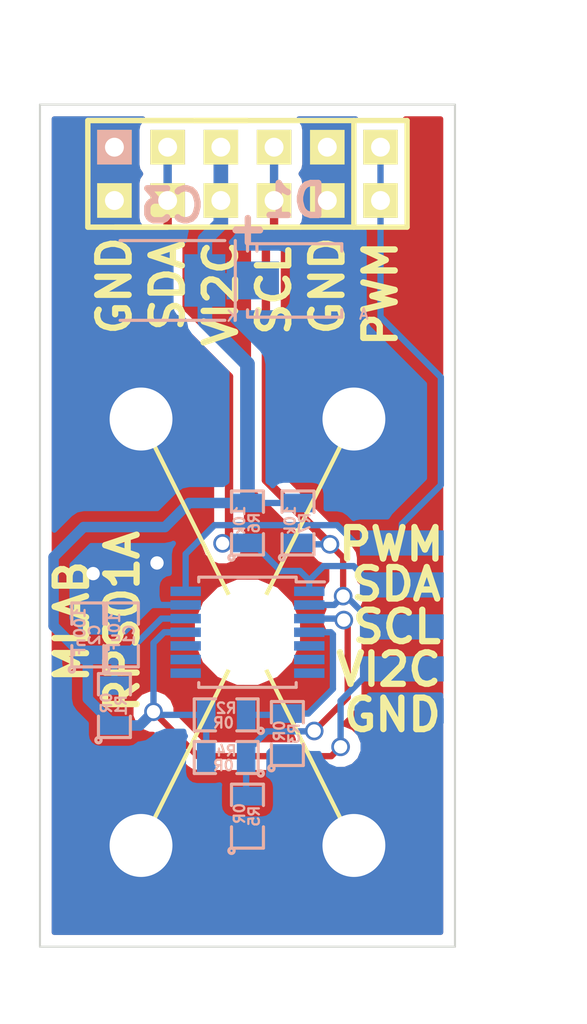
<source format=kicad_pcb>
(kicad_pcb (version 4) (host pcbnew 0.201503251001+5534~22~ubuntu14.04.1-product)

  (general
    (links 43)
    (no_connects 3)
    (area -1.651 -45.014 28.923429 3.429001)
    (thickness 1.6)
    (drawings 21)
    (tracks 125)
    (zones 0)
    (modules 19)
    (nets 9)
  )

  (page A4)
  (layers
    (0 F.Cu signal)
    (31 B.Cu signal)
    (32 B.Adhes user)
    (33 F.Adhes user)
    (34 B.Paste user)
    (35 F.Paste user)
    (36 B.SilkS user)
    (37 F.SilkS user)
    (38 B.Mask user)
    (39 F.Mask user)
    (40 Dwgs.User user)
    (41 Cmts.User user)
    (42 Eco1.User user)
    (43 Eco2.User user)
    (44 Edge.Cuts user)
    (45 Margin user)
    (46 B.CrtYd user)
    (47 F.CrtYd user)
    (48 B.Fab user)
    (49 F.Fab user)
  )

  (setup
    (last_trace_width 0.4)
    (user_trace_width 0.3)
    (user_trace_width 0.4)
    (user_trace_width 0.5)
    (user_trace_width 0.6)
    (user_trace_width 0.7)
    (trace_clearance 0.254)
    (zone_clearance 0.508)
    (zone_45_only no)
    (trace_min 0.254)
    (segment_width 0.2)
    (edge_width 0.1)
    (via_size 0.889)
    (via_drill 0.635)
    (via_min_size 0.889)
    (via_min_drill 0.508)
    (uvia_size 0.508)
    (uvia_drill 0.127)
    (uvias_allowed no)
    (uvia_min_size 0.508)
    (uvia_min_drill 0.127)
    (pcb_text_width 0.3)
    (pcb_text_size 1.5 1.5)
    (mod_edge_width 0.15)
    (mod_text_size 1 1)
    (mod_text_width 0.15)
    (pad_size 4 4)
    (pad_drill 4)
    (pad_to_mask_clearance 0)
    (aux_axis_origin 0 0)
    (visible_elements 7FFFFF7F)
    (pcbplotparams
      (layerselection 0x010e0_80000001)
      (usegerberextensions false)
      (excludeedgelayer true)
      (linewidth 0.100000)
      (plotframeref false)
      (viasonmask false)
      (mode 1)
      (useauxorigin false)
      (hpglpennumber 1)
      (hpglpenspeed 20)
      (hpglpendiameter 15)
      (hpglpenoverlay 2)
      (psnegative false)
      (psa4output false)
      (plotreference true)
      (plotvalue true)
      (plotinvisibletext false)
      (padsonsilk false)
      (subtractmaskfromsilk false)
      (outputformat 1)
      (mirror false)
      (drillshape 0)
      (scaleselection 1)
      (outputdirectory ../CAM_PROFI/))
  )

  (net 0 "")
  (net 1 "Net-(C1-Pad1)")
  (net 2 GND)
  (net 3 VDD)
  (net 4 /SCL)
  (net 5 /SDA)
  (net 6 /PWM)
  (net 7 /A2)
  (net 8 /A1)

  (net_class Default "Toto je výchozí třída sítě."
    (clearance 0.254)
    (trace_width 0.3)
    (via_dia 0.889)
    (via_drill 0.635)
    (uvia_dia 0.508)
    (uvia_drill 0.127)
    (add_net /A1)
    (add_net /A2)
    (add_net /PWM)
    (add_net /SCL)
    (add_net /SDA)
    (add_net "Net-(C1-Pad1)")
  )

  (net_class Power ""
    (clearance 0.254)
    (trace_width 0.5)
    (via_dia 0.889)
    (via_drill 0.635)
    (uvia_dia 0.508)
    (uvia_drill 0.127)
    (add_net GND)
    (add_net VDD)
  )

  (module Housings_SSOP:TSSOP-14_4.4x5mm_Pitch0.65mm (layer B.Cu) (tedit 55132E3D) (tstamp 55125207)
    (at 10.16 -15.24 180)
    (descr "14-Lead Plastic Thin Shrink Small Outline (ST)-4.4 mm Body [TSSOP] (see Microchip Packaging Specification 00000049BS.pdf)")
    (tags "SSOP 0.65")
    (path /547DEEB9)
    (attr smd)
    (fp_text reference U1 (at 0 0 180) (layer B.SilkS)
      (effects (font (size 1 1) (thickness 0.15)) (justify mirror))
    )
    (fp_text value AS5048B (at -0.381 -0.127 270) (layer B.SilkS) hide
      (effects (font (size 1 1) (thickness 0.15)) (justify mirror))
    )
    (fp_line (start -3.95 2.8) (end -3.95 -2.8) (layer B.CrtYd) (width 0.05))
    (fp_line (start 3.95 2.8) (end 3.95 -2.8) (layer B.CrtYd) (width 0.05))
    (fp_line (start -3.95 2.8) (end 3.95 2.8) (layer B.CrtYd) (width 0.05))
    (fp_line (start -3.95 -2.8) (end 3.95 -2.8) (layer B.CrtYd) (width 0.05))
    (fp_line (start -2.325 2.625) (end -2.325 2.4) (layer B.SilkS) (width 0.15))
    (fp_line (start 2.325 2.625) (end 2.325 2.4) (layer B.SilkS) (width 0.15))
    (fp_line (start 2.325 -2.625) (end 2.325 -2.4) (layer B.SilkS) (width 0.15))
    (fp_line (start -2.325 -2.625) (end -2.325 -2.4) (layer B.SilkS) (width 0.15))
    (fp_line (start -2.325 2.625) (end 2.325 2.625) (layer B.SilkS) (width 0.15))
    (fp_line (start -2.325 -2.625) (end 2.325 -2.625) (layer B.SilkS) (width 0.15))
    (fp_line (start -2.325 2.4) (end -3.675 2.4) (layer B.SilkS) (width 0.15))
    (pad 1 smd rect (at -2.95 1.95 180) (size 1.45 0.45) (layers B.Cu B.Paste B.Mask)
      (net 5 /SDA))
    (pad 2 smd rect (at -2.95 1.3 180) (size 1.45 0.45) (layers B.Cu B.Paste B.Mask)
      (net 4 /SCL))
    (pad 3 smd rect (at -2.95 0.65 180) (size 1.45 0.45) (layers B.Cu B.Paste B.Mask)
      (net 7 /A2))
    (pad 4 smd rect (at -2.95 0 180) (size 1.45 0.45) (layers B.Cu B.Paste B.Mask)
      (net 8 /A1))
    (pad 5 smd rect (at -2.95 -0.65 180) (size 1.45 0.45) (layers B.Cu B.Paste B.Mask))
    (pad 6 smd rect (at -2.95 -1.3 180) (size 1.45 0.45) (layers B.Cu B.Paste B.Mask))
    (pad 7 smd rect (at -2.95 -1.95 180) (size 1.45 0.45) (layers B.Cu B.Paste B.Mask))
    (pad 8 smd rect (at 2.95 -1.95 180) (size 1.45 0.45) (layers B.Cu B.Paste B.Mask))
    (pad 9 smd rect (at 2.95 -1.3 180) (size 1.45 0.45) (layers B.Cu B.Paste B.Mask))
    (pad 10 smd rect (at 2.95 -0.65 180) (size 1.45 0.45) (layers B.Cu B.Paste B.Mask))
    (pad 11 smd rect (at 2.95 0 180) (size 1.45 0.45) (layers B.Cu B.Paste B.Mask)
      (net 3 VDD))
    (pad 12 smd rect (at 2.95 0.65 180) (size 1.45 0.45) (layers B.Cu B.Paste B.Mask)
      (net 1 "Net-(C1-Pad1)"))
    (pad 13 smd rect (at 2.95 1.3 180) (size 1.45 0.45) (layers B.Cu B.Paste B.Mask)
      (net 2 GND))
    (pad 14 smd rect (at 2.95 1.95 180) (size 1.45 0.45) (layers B.Cu B.Paste B.Mask)
      (net 6 /PWM))
    (pad "" np_thru_hole circle (at 0 0 180) (size 4 4) (drill 4) (layers *.Cu))
    (model Housings_SSOP/TSSOP-14_4.4x5mm_Pitch0.65mm.wrl
      (at (xyz 0 0 0))
      (scale (xyz 1 1 1))
      (rotate (xyz 0 0 0))
    )
  )

  (module MLAB_R:SMD-0805 (layer B.Cu) (tedit 54799E0C) (tstamp 547EC927)
    (at 4.191 -15.113 90)
    (path /547DF05B)
    (attr smd)
    (fp_text reference C1 (at 0 0.3175 90) (layer B.SilkS)
      (effects (font (size 0.50038 0.50038) (thickness 0.10922)) (justify mirror))
    )
    (fp_text value 10uF (at 0.127 -0.381 90) (layer B.SilkS)
      (effects (font (size 0.50038 0.50038) (thickness 0.10922)) (justify mirror))
    )
    (fp_circle (center -1.651 -0.762) (end -1.651 -0.635) (layer B.SilkS) (width 0.15))
    (fp_line (start -0.508 -0.762) (end -1.524 -0.762) (layer B.SilkS) (width 0.15))
    (fp_line (start -1.524 -0.762) (end -1.524 0.762) (layer B.SilkS) (width 0.15))
    (fp_line (start -1.524 0.762) (end -0.508 0.762) (layer B.SilkS) (width 0.15))
    (fp_line (start 0.508 0.762) (end 1.524 0.762) (layer B.SilkS) (width 0.15))
    (fp_line (start 1.524 0.762) (end 1.524 -0.762) (layer B.SilkS) (width 0.15))
    (fp_line (start 1.524 -0.762) (end 0.508 -0.762) (layer B.SilkS) (width 0.15))
    (pad 1 smd rect (at -0.9525 0 90) (size 0.889 1.397) (layers B.Cu B.Paste B.Mask)
      (net 1 "Net-(C1-Pad1)"))
    (pad 2 smd rect (at 0.9525 0 90) (size 0.889 1.397) (layers B.Cu B.Paste B.Mask)
      (net 2 GND))
    (model MLAB_3D/Resistors/chip_cms.wrl
      (at (xyz 0 0 0))
      (scale (xyz 0.1 0.1 0.1))
      (rotate (xyz 0 0 0))
    )
  )

  (module MLAB_R:SMD-0805 (layer B.Cu) (tedit 54799E0C) (tstamp 547EC934)
    (at 2.54 -15.113 90)
    (path /547DEF58)
    (attr smd)
    (fp_text reference C2 (at 0 0.3175 90) (layer B.SilkS)
      (effects (font (size 0.50038 0.50038) (thickness 0.10922)) (justify mirror))
    )
    (fp_text value 100nF (at 0.127 -0.381 90) (layer B.SilkS)
      (effects (font (size 0.50038 0.50038) (thickness 0.10922)) (justify mirror))
    )
    (fp_circle (center -1.651 -0.762) (end -1.651 -0.635) (layer B.SilkS) (width 0.15))
    (fp_line (start -0.508 -0.762) (end -1.524 -0.762) (layer B.SilkS) (width 0.15))
    (fp_line (start -1.524 -0.762) (end -1.524 0.762) (layer B.SilkS) (width 0.15))
    (fp_line (start -1.524 0.762) (end -0.508 0.762) (layer B.SilkS) (width 0.15))
    (fp_line (start 0.508 0.762) (end 1.524 0.762) (layer B.SilkS) (width 0.15))
    (fp_line (start 1.524 0.762) (end 1.524 -0.762) (layer B.SilkS) (width 0.15))
    (fp_line (start 1.524 -0.762) (end 0.508 -0.762) (layer B.SilkS) (width 0.15))
    (pad 1 smd rect (at -0.9525 0 90) (size 0.889 1.397) (layers B.Cu B.Paste B.Mask)
      (net 3 VDD))
    (pad 2 smd rect (at 0.9525 0 90) (size 0.889 1.397) (layers B.Cu B.Paste B.Mask)
      (net 2 GND))
    (model MLAB_3D/Resistors/chip_cms.wrl
      (at (xyz 0 0 0))
      (scale (xyz 0.1 0.1 0.1))
      (rotate (xyz 0 0 0))
    )
  )

  (module Hrebinky:Pin_Header_Straight_2x05 placed (layer F.Cu) (tedit 55125659) (tstamp 547EC957)
    (at 8.89 -37.084 180)
    (descr "1 pin")
    (tags "CONN DEV")
    (path /547DF2B1)
    (fp_text reference J1 (at 0 -3.81 180) (layer F.SilkS) hide
      (effects (font (size 1.27 1.27) (thickness 0.2032)))
    )
    (fp_text value JUMP_5X2 (at 1.27 0 180) (layer F.SilkS) hide
      (effects (font (size 1.27 1.27) (thickness 0.2032)))
    )
    (fp_line (start -3.81 -2.54) (end -2.54 -2.54) (layer F.SilkS) (width 0.254))
    (fp_line (start -6.35 -2.54) (end -3.81 -2.54) (layer F.SilkS) (width 0.254))
    (fp_line (start 6.35 2.54) (end 6.35 -2.54) (layer F.SilkS) (width 0.254))
    (fp_line (start 3.81 -2.54) (end 6.35 -2.54) (layer F.SilkS) (width 0.254))
    (fp_line (start 3.81 2.54) (end 6.35 2.54) (layer F.SilkS) (width 0.254))
    (fp_line (start 3.81 2.54) (end 6.35 2.54) (layer F.SilkS) (width 0.254))
    (fp_line (start 3.81 -2.54) (end 6.35 -2.54) (layer F.SilkS) (width 0.254))
    (fp_line (start 6.35 2.54) (end 6.35 -2.54) (layer F.SilkS) (width 0.254))
    (fp_line (start 2.54 -2.54) (end 5.08 -2.54) (layer F.SilkS) (width 0.254))
    (fp_line (start -1.27 2.54) (end 1.27 2.54) (layer F.SilkS) (width 0.254))
    (fp_line (start -1.27 2.54) (end 1.27 2.54) (layer F.SilkS) (width 0.254))
    (fp_line (start 2.54 -2.54) (end 5.08 -2.54) (layer F.SilkS) (width 0.254))
    (fp_line (start 2.54 -2.54) (end 5.08 -2.54) (layer F.SilkS) (width 0.254))
    (fp_line (start 1.27 2.54) (end 3.81 2.54) (layer F.SilkS) (width 0.254))
    (fp_line (start 1.27 2.54) (end 3.81 2.54) (layer F.SilkS) (width 0.254))
    (fp_line (start 2.54 -2.54) (end 5.08 -2.54) (layer F.SilkS) (width 0.254))
    (fp_line (start -6.35 2.54) (end 1.27 2.54) (layer F.SilkS) (width 0.254))
    (fp_line (start 5.08 -2.54) (end 0 -2.54) (layer F.SilkS) (width 0.254))
    (fp_line (start -6.35 2.54) (end -6.35 0) (layer F.SilkS) (width 0.254))
    (fp_line (start -6.35 -2.54) (end -6.35 0) (layer F.SilkS) (width 0.254))
    (fp_line (start 0 -2.54) (end -2.54 -2.54) (layer F.SilkS) (width 0.254))
    (pad 9 thru_hole rect (at -2.54 -1.27 180) (size 1.651 1.651) (drill 0.9) (layers *.Cu *.Mask F.SilkS)
      (net 4 /SCL))
    (pad 5 thru_hole rect (at 5.08 1.27 180) (size 1.651 1.651) (drill 0.9) (layers *.Cu *.SilkS *.Mask)
      (net 2 GND))
    (pad 3 thru_hole rect (at 0 1.27 180) (size 1.651 1.651) (drill 0.9) (layers *.Cu *.Mask F.SilkS)
      (net 3 VDD))
    (pad 6 thru_hole rect (at 5.08 -1.27 180) (size 1.651 1.651) (drill 0.9) (layers *.Cu *.Mask F.SilkS)
      (net 2 GND))
    (pad 1 thru_hole rect (at -5.08 1.27 180) (size 1.651 1.651) (drill 0.9) (layers *.Cu *.Mask F.SilkS)
      (net 2 GND))
    (pad 2 thru_hole rect (at -2.54 1.27 180) (size 1.651 1.651) (drill 0.9) (layers *.Cu *.Mask F.SilkS)
      (net 4 /SCL))
    (pad 4 thru_hole rect (at 2.54 1.27 180) (size 1.651 1.651) (drill 0.9) (layers *.Cu *.Mask F.SilkS)
      (net 5 /SDA))
    (pad 10 thru_hole rect (at -5.08 -1.27 180) (size 1.651 1.651) (drill 0.9) (layers *.Cu *.Mask F.SilkS)
      (net 2 GND))
    (pad 7 thru_hole rect (at 2.54 -1.27 180) (size 1.651 1.651) (drill 0.9) (layers *.Cu *.Mask F.SilkS)
      (net 5 /SDA))
    (pad 8 thru_hole rect (at 0 -1.27 180) (size 1.651 1.651) (drill 0.9) (layers *.Cu *.Mask F.SilkS)
      (net 3 VDD))
    (model Pin_Headers/Pin_Header_Straight_2x03.wrl
      (at (xyz 0 0 0))
      (scale (xyz 1 1 1))
      (rotate (xyz 0 0 0))
    )
    (model Pin_Headers/Pin_Header_Straight_2x05.wrl
      (at (xyz 0 0 0))
      (scale (xyz 1 1 1))
      (rotate (xyz 0 0 0))
    )
  )

  (module Hrebinky:Pin_Header_Straight_2x01 placed (layer F.Cu) (tedit 55125655) (tstamp 547EC961)
    (at 16.51 -37.084)
    (descr "1 pin")
    (tags "CONN DEV")
    (path /547DF44F)
    (fp_text reference J2 (at 0 -3.81) (layer F.SilkS) hide
      (effects (font (size 1.27 1.27) (thickness 0.2032)))
    )
    (fp_text value JUMP_2x1 (at 0 0) (layer F.SilkS) hide
      (effects (font (size 1.27 1.27) (thickness 0.2032)))
    )
    (fp_line (start -1.27 -2.54) (end 1.27 -2.54) (layer F.SilkS) (width 0.254))
    (fp_line (start 1.27 -2.54) (end 1.27 2.54) (layer F.SilkS) (width 0.254))
    (fp_line (start 1.27 2.54) (end -1.27 2.54) (layer F.SilkS) (width 0.254))
    (fp_line (start -1.27 2.54) (end -1.27 -2.54) (layer F.SilkS) (width 0.254))
    (pad 2 thru_hole rect (at 0 1.27) (size 1.651 1.651) (drill 0.9) (layers *.Cu *.Mask F.SilkS)
      (net 6 /PWM))
    (pad 1 thru_hole rect (at 0 -1.27) (size 1.651 1.651) (drill 0.9) (layers *.Cu *.Mask F.SilkS)
      (net 6 /PWM))
    (model Pin_Headers/Pin_Header_Straight_2x01.wrl
      (at (xyz 0 0 0))
      (scale (xyz 1 1 1))
      (rotate (xyz 0 0 0))
    )
  )

  (module Dira:MountingHole_3mm placed (layer F.Cu) (tedit 55126217) (tstamp 547EC977)
    (at 5.08 -5.08)
    (descr "Mounting hole, Befestigungsbohrung, 3mm, No Annular, Kein Restring,")
    (tags "Mounting hole, Befestigungsbohrung, 3mm, No Annular, Kein Restring,")
    (path /547E0CBD)
    (fp_text reference P1 (at 0.1778 -0.0762) (layer F.SilkS) hide
      (effects (font (thickness 0.3048)))
    )
    (fp_text value _ (at 1.00076 5.00126) (layer F.SilkS) hide
      (effects (font (thickness 0.3048)))
    )
    (fp_circle (center 0 0) (end 2.99974 0) (layer Cmts.User) (width 0.381))
    (pad 1 thru_hole circle (at 0 0) (size 6 6) (drill 3) (layers *.Cu *.Adhes *.Mask)
      (net 2 GND) (clearance 1) (zone_connect 2))
  )

  (module Dira:MountingHole_3mm placed (layer F.Cu) (tedit 5512621C) (tstamp 547EC97D)
    (at 15.24 -5.08)
    (descr "Mounting hole, Befestigungsbohrung, 3mm, No Annular, Kein Restring,")
    (tags "Mounting hole, Befestigungsbohrung, 3mm, No Annular, Kein Restring,")
    (path /547E0EDE)
    (fp_text reference P2 (at 0.1778 -0.0762) (layer F.SilkS) hide
      (effects (font (thickness 0.3048)))
    )
    (fp_text value _ (at 1.00076 5.00126) (layer F.SilkS) hide
      (effects (font (thickness 0.3048)))
    )
    (fp_circle (center 0 0) (end 2.99974 0) (layer Cmts.User) (width 0.381))
    (pad 1 thru_hole circle (at 0 0) (size 6 6) (drill 3) (layers *.Cu *.Adhes *.Mask)
      (net 2 GND) (clearance 1) (zone_connect 2))
  )

  (module Dira:MountingHole_3mm placed (layer F.Cu) (tedit 55126201) (tstamp 547EC983)
    (at 15.24 -25.4)
    (descr "Mounting hole, Befestigungsbohrung, 3mm, No Annular, Kein Restring,")
    (tags "Mounting hole, Befestigungsbohrung, 3mm, No Annular, Kein Restring,")
    (path /547E0F11)
    (fp_text reference P3 (at 0.1778 -0.0762) (layer F.SilkS) hide
      (effects (font (thickness 0.3048)))
    )
    (fp_text value _ (at 1.00076 5.00126) (layer F.SilkS) hide
      (effects (font (thickness 0.3048)))
    )
    (fp_circle (center 0 0) (end 2.99974 0) (layer Cmts.User) (width 0.381))
    (pad 1 thru_hole circle (at 0 0) (size 6 6) (drill 3) (layers *.Cu *.Adhes *.Mask)
      (net 2 GND) (clearance 1) (zone_connect 2))
  )

  (module Dira:MountingHole_3mm placed (layer F.Cu) (tedit 551261F5) (tstamp 547EC989)
    (at 5.08 -25.4)
    (descr "Mounting hole, Befestigungsbohrung, 3mm, No Annular, Kein Restring,")
    (tags "Mounting hole, Befestigungsbohrung, 3mm, No Annular, Kein Restring,")
    (path /547E0F45)
    (fp_text reference P4 (at 0.1778 -0.0762) (layer F.SilkS) hide
      (effects (font (thickness 0.3048)))
    )
    (fp_text value _ (at 1.00076 5.00126) (layer F.SilkS) hide
      (effects (font (thickness 0.3048)))
    )
    (fp_circle (center 0 0) (end 2.99974 0) (layer Cmts.User) (width 0.381))
    (pad 1 thru_hole circle (at 0 0) (size 6 6) (drill 3) (layers *.Cu *.Adhes *.Mask)
      (net 2 GND) (clearance 1) (zone_connect 2))
  )

  (module MLAB_R:SMD-0805 (layer B.Cu) (tedit 54799E0C) (tstamp 547EC996)
    (at 3.81 -11.7475 90)
    (path /547DF170)
    (attr smd)
    (fp_text reference R1 (at 0 0.3175 90) (layer B.SilkS)
      (effects (font (size 0.50038 0.50038) (thickness 0.10922)) (justify mirror))
    )
    (fp_text value 0R (at 0.127 -0.381 90) (layer B.SilkS)
      (effects (font (size 0.50038 0.50038) (thickness 0.10922)) (justify mirror))
    )
    (fp_circle (center -1.651 -0.762) (end -1.651 -0.635) (layer B.SilkS) (width 0.15))
    (fp_line (start -0.508 -0.762) (end -1.524 -0.762) (layer B.SilkS) (width 0.15))
    (fp_line (start -1.524 -0.762) (end -1.524 0.762) (layer B.SilkS) (width 0.15))
    (fp_line (start -1.524 0.762) (end -0.508 0.762) (layer B.SilkS) (width 0.15))
    (fp_line (start 0.508 0.762) (end 1.524 0.762) (layer B.SilkS) (width 0.15))
    (fp_line (start 1.524 0.762) (end 1.524 -0.762) (layer B.SilkS) (width 0.15))
    (fp_line (start 1.524 -0.762) (end 0.508 -0.762) (layer B.SilkS) (width 0.15))
    (pad 1 smd rect (at -0.9525 0 90) (size 0.889 1.397) (layers B.Cu B.Paste B.Mask)
      (net 3 VDD))
    (pad 2 smd rect (at 0.9525 0 90) (size 0.889 1.397) (layers B.Cu B.Paste B.Mask)
      (net 1 "Net-(C1-Pad1)"))
    (model MLAB_3D/Resistors/chip_cms.wrl
      (at (xyz 0 0 0))
      (scale (xyz 0.1 0.1 0.1))
      (rotate (xyz 0 0 0))
    )
  )

  (module MLAB_R:SMD-0805 (layer B.Cu) (tedit 54799E0C) (tstamp 547EC9A3)
    (at 9.144 -11.303 180)
    (path /547DF9D0)
    (attr smd)
    (fp_text reference R2 (at 0 0.3175 180) (layer B.SilkS)
      (effects (font (size 0.50038 0.50038) (thickness 0.10922)) (justify mirror))
    )
    (fp_text value 0R (at 0.127 -0.381 180) (layer B.SilkS)
      (effects (font (size 0.50038 0.50038) (thickness 0.10922)) (justify mirror))
    )
    (fp_circle (center -1.651 -0.762) (end -1.651 -0.635) (layer B.SilkS) (width 0.15))
    (fp_line (start -0.508 -0.762) (end -1.524 -0.762) (layer B.SilkS) (width 0.15))
    (fp_line (start -1.524 -0.762) (end -1.524 0.762) (layer B.SilkS) (width 0.15))
    (fp_line (start -1.524 0.762) (end -0.508 0.762) (layer B.SilkS) (width 0.15))
    (fp_line (start 0.508 0.762) (end 1.524 0.762) (layer B.SilkS) (width 0.15))
    (fp_line (start 1.524 0.762) (end 1.524 -0.762) (layer B.SilkS) (width 0.15))
    (fp_line (start 1.524 -0.762) (end 0.508 -0.762) (layer B.SilkS) (width 0.15))
    (pad 1 smd rect (at -0.9525 0 180) (size 0.889 1.397) (layers B.Cu B.Paste B.Mask)
      (net 8 /A1))
    (pad 2 smd rect (at 0.9525 0 180) (size 0.889 1.397) (layers B.Cu B.Paste B.Mask)
      (net 3 VDD))
    (model MLAB_3D/Resistors/chip_cms.wrl
      (at (xyz 0 0 0))
      (scale (xyz 0.1 0.1 0.1))
      (rotate (xyz 0 0 0))
    )
  )

  (module MLAB_R:SMD-0805 (layer B.Cu) (tedit 54799E0C) (tstamp 547EC9B0)
    (at 12.065 -10.414 90)
    (path /547DF9FA)
    (attr smd)
    (fp_text reference R3 (at 0 0.3175 90) (layer B.SilkS)
      (effects (font (size 0.50038 0.50038) (thickness 0.10922)) (justify mirror))
    )
    (fp_text value 0R (at 0.127 -0.381 90) (layer B.SilkS)
      (effects (font (size 0.50038 0.50038) (thickness 0.10922)) (justify mirror))
    )
    (fp_circle (center -1.651 -0.762) (end -1.651 -0.635) (layer B.SilkS) (width 0.15))
    (fp_line (start -0.508 -0.762) (end -1.524 -0.762) (layer B.SilkS) (width 0.15))
    (fp_line (start -1.524 -0.762) (end -1.524 0.762) (layer B.SilkS) (width 0.15))
    (fp_line (start -1.524 0.762) (end -0.508 0.762) (layer B.SilkS) (width 0.15))
    (fp_line (start 0.508 0.762) (end 1.524 0.762) (layer B.SilkS) (width 0.15))
    (fp_line (start 1.524 0.762) (end 1.524 -0.762) (layer B.SilkS) (width 0.15))
    (fp_line (start 1.524 -0.762) (end 0.508 -0.762) (layer B.SilkS) (width 0.15))
    (pad 1 smd rect (at -0.9525 0 90) (size 0.889 1.397) (layers B.Cu B.Paste B.Mask)
      (net 2 GND))
    (pad 2 smd rect (at 0.9525 0 90) (size 0.889 1.397) (layers B.Cu B.Paste B.Mask)
      (net 8 /A1))
    (model MLAB_3D/Resistors/chip_cms.wrl
      (at (xyz 0 0 0))
      (scale (xyz 0.1 0.1 0.1))
      (rotate (xyz 0 0 0))
    )
  )

  (module MLAB_R:SMD-0805 (layer B.Cu) (tedit 54799E0C) (tstamp 547EC9BD)
    (at 9.144 -9.271 180)
    (path /547DF710)
    (attr smd)
    (fp_text reference R4 (at 0 0.3175 180) (layer B.SilkS)
      (effects (font (size 0.50038 0.50038) (thickness 0.10922)) (justify mirror))
    )
    (fp_text value 0R (at 0.127 -0.381 180) (layer B.SilkS)
      (effects (font (size 0.50038 0.50038) (thickness 0.10922)) (justify mirror))
    )
    (fp_circle (center -1.651 -0.762) (end -1.651 -0.635) (layer B.SilkS) (width 0.15))
    (fp_line (start -0.508 -0.762) (end -1.524 -0.762) (layer B.SilkS) (width 0.15))
    (fp_line (start -1.524 -0.762) (end -1.524 0.762) (layer B.SilkS) (width 0.15))
    (fp_line (start -1.524 0.762) (end -0.508 0.762) (layer B.SilkS) (width 0.15))
    (fp_line (start 0.508 0.762) (end 1.524 0.762) (layer B.SilkS) (width 0.15))
    (fp_line (start 1.524 0.762) (end 1.524 -0.762) (layer B.SilkS) (width 0.15))
    (fp_line (start 1.524 -0.762) (end 0.508 -0.762) (layer B.SilkS) (width 0.15))
    (pad 1 smd rect (at -0.9525 0 180) (size 0.889 1.397) (layers B.Cu B.Paste B.Mask)
      (net 7 /A2))
    (pad 2 smd rect (at 0.9525 0 180) (size 0.889 1.397) (layers B.Cu B.Paste B.Mask)
      (net 3 VDD))
    (model MLAB_3D/Resistors/chip_cms.wrl
      (at (xyz 0 0 0))
      (scale (xyz 0.1 0.1 0.1))
      (rotate (xyz 0 0 0))
    )
  )

  (module MLAB_R:SMD-0805 (layer B.Cu) (tedit 54799E0C) (tstamp 547EC9CA)
    (at 10.16 -6.477 90)
    (path /547DFA35)
    (attr smd)
    (fp_text reference R5 (at 0 0.3175 90) (layer B.SilkS)
      (effects (font (size 0.50038 0.50038) (thickness 0.10922)) (justify mirror))
    )
    (fp_text value 0R (at 0.127 -0.381 90) (layer B.SilkS)
      (effects (font (size 0.50038 0.50038) (thickness 0.10922)) (justify mirror))
    )
    (fp_circle (center -1.651 -0.762) (end -1.651 -0.635) (layer B.SilkS) (width 0.15))
    (fp_line (start -0.508 -0.762) (end -1.524 -0.762) (layer B.SilkS) (width 0.15))
    (fp_line (start -1.524 -0.762) (end -1.524 0.762) (layer B.SilkS) (width 0.15))
    (fp_line (start -1.524 0.762) (end -0.508 0.762) (layer B.SilkS) (width 0.15))
    (fp_line (start 0.508 0.762) (end 1.524 0.762) (layer B.SilkS) (width 0.15))
    (fp_line (start 1.524 0.762) (end 1.524 -0.762) (layer B.SilkS) (width 0.15))
    (fp_line (start 1.524 -0.762) (end 0.508 -0.762) (layer B.SilkS) (width 0.15))
    (pad 1 smd rect (at -0.9525 0 90) (size 0.889 1.397) (layers B.Cu B.Paste B.Mask)
      (net 2 GND))
    (pad 2 smd rect (at 0.9525 0 90) (size 0.889 1.397) (layers B.Cu B.Paste B.Mask)
      (net 7 /A2))
    (model MLAB_3D/Resistors/chip_cms.wrl
      (at (xyz 0 0 0))
      (scale (xyz 0.1 0.1 0.1))
      (rotate (xyz 0 0 0))
    )
  )

  (module MLAB_R:SMD-0805 (layer B.Cu) (tedit 54799E0C) (tstamp 547ED178)
    (at 10.16 -20.447 90)
    (path /547ED127)
    (attr smd)
    (fp_text reference R6 (at 0 0.3175 90) (layer B.SilkS)
      (effects (font (size 0.50038 0.50038) (thickness 0.10922)) (justify mirror))
    )
    (fp_text value 10k (at 0.127 -0.381 90) (layer B.SilkS)
      (effects (font (size 0.50038 0.50038) (thickness 0.10922)) (justify mirror))
    )
    (fp_circle (center -1.651 -0.762) (end -1.651 -0.635) (layer B.SilkS) (width 0.15))
    (fp_line (start -0.508 -0.762) (end -1.524 -0.762) (layer B.SilkS) (width 0.15))
    (fp_line (start -1.524 -0.762) (end -1.524 0.762) (layer B.SilkS) (width 0.15))
    (fp_line (start -1.524 0.762) (end -0.508 0.762) (layer B.SilkS) (width 0.15))
    (fp_line (start 0.508 0.762) (end 1.524 0.762) (layer B.SilkS) (width 0.15))
    (fp_line (start 1.524 0.762) (end 1.524 -0.762) (layer B.SilkS) (width 0.15))
    (fp_line (start 1.524 -0.762) (end 0.508 -0.762) (layer B.SilkS) (width 0.15))
    (pad 1 smd rect (at -0.9525 0 90) (size 0.889 1.397) (layers B.Cu B.Paste B.Mask)
      (net 5 /SDA))
    (pad 2 smd rect (at 0.9525 0 90) (size 0.889 1.397) (layers B.Cu B.Paste B.Mask)
      (net 3 VDD))
    (model MLAB_3D/Resistors/chip_cms.wrl
      (at (xyz 0 0 0))
      (scale (xyz 0.1 0.1 0.1))
      (rotate (xyz 0 0 0))
    )
  )

  (module MLAB_R:SMD-0805 (layer B.Cu) (tedit 54799E0C) (tstamp 547ED185)
    (at 12.573 -20.447 90)
    (path /547ED1C7)
    (attr smd)
    (fp_text reference R7 (at 0 0.3175 90) (layer B.SilkS)
      (effects (font (size 0.50038 0.50038) (thickness 0.10922)) (justify mirror))
    )
    (fp_text value 10k (at 0.127 -0.381 90) (layer B.SilkS)
      (effects (font (size 0.50038 0.50038) (thickness 0.10922)) (justify mirror))
    )
    (fp_circle (center -1.651 -0.762) (end -1.651 -0.635) (layer B.SilkS) (width 0.15))
    (fp_line (start -0.508 -0.762) (end -1.524 -0.762) (layer B.SilkS) (width 0.15))
    (fp_line (start -1.524 -0.762) (end -1.524 0.762) (layer B.SilkS) (width 0.15))
    (fp_line (start -1.524 0.762) (end -0.508 0.762) (layer B.SilkS) (width 0.15))
    (fp_line (start 0.508 0.762) (end 1.524 0.762) (layer B.SilkS) (width 0.15))
    (fp_line (start 1.524 0.762) (end 1.524 -0.762) (layer B.SilkS) (width 0.15))
    (fp_line (start 1.524 -0.762) (end 0.508 -0.762) (layer B.SilkS) (width 0.15))
    (pad 1 smd rect (at -0.9525 0 90) (size 0.889 1.397) (layers B.Cu B.Paste B.Mask)
      (net 4 /SCL))
    (pad 2 smd rect (at 0.9525 0 90) (size 0.889 1.397) (layers B.Cu B.Paste B.Mask)
      (net 3 VDD))
    (model MLAB_3D/Resistors/chip_cms.wrl
      (at (xyz 0 0 0))
      (scale (xyz 0.1 0.1 0.1))
      (rotate (xyz 0 0 0))
    )
  )

  (module Hrebinky:SMD_JUMP1X5 (layer B.Cu) (tedit 5512564D) (tstamp 547ED707)
    (at 17.526 -15.494 180)
    (path /547ED805)
    (fp_text reference J3 (at 14.859 3.81 180) (layer B.SilkS) hide
      (effects (font (size 1 1) (thickness 0.15)) (justify mirror))
    )
    (fp_text value JUMP_5X2 (at -0.127 6.477 180) (layer B.SilkS) hide
      (effects (font (size 1 1) (thickness 0.15)) (justify mirror))
    )
    (pad 1 smd rect (at 0 -4 180) (size 4 1.2) (layers B.Cu B.Paste B.Mask)
      (net 2 GND))
    (pad 2 smd rect (at 0 -2 180) (size 4 1.2) (layers B.Cu B.Paste B.Mask)
      (net 3 VDD))
    (pad 3 smd rect (at 0 0 180) (size 4 1.2) (layers B.Cu B.Paste B.Mask)
      (net 4 /SCL))
    (pad 4 smd rect (at 0 2 180) (size 4 1.2) (layers B.Cu B.Paste B.Mask)
      (net 5 /SDA))
    (pad 5 smd rect (at 0 4 180) (size 4 1.2) (layers B.Cu B.Paste B.Mask)
      (net 6 /PWM))
  )

  (module Mlab_C:TantalC_SizeB_Reflow (layer B.Cu) (tedit 54BBE393) (tstamp 55133735)
    (at 6.5786 -32.004 180)
    (descr "Tantal Cap. , Size B, EIA-3528, Reflow,")
    (tags "Tantal Cap. , Size B, EIA-3528, Reflow,")
    (path /55133722)
    (attr smd)
    (fp_text reference C3 (at 0 3.556 180) (layer B.SilkS)
      (effects (font (thickness 0.3048)) (justify mirror))
    )
    (fp_text value 10uF (at 0 -3.556 180) (layer B.SilkS) hide
      (effects (font (thickness 0.3048)) (justify mirror))
    )
    (fp_text user + (at -3.59918 2.49936 180) (layer B.SilkS)
      (effects (font (thickness 0.3048)) (justify mirror))
    )
    (fp_line (start -2.99974 1.89992) (end -2.99974 -1.89992) (layer B.SilkS) (width 0.15))
    (fp_line (start 2.49936 1.89992) (end -2.49936 1.89992) (layer B.SilkS) (width 0.15))
    (fp_line (start 2.49682 -1.89992) (end -2.5019 -1.89992) (layer B.SilkS) (width 0.15))
    (fp_line (start -3.60172 3.00228) (end -3.60172 1.90246) (layer B.SilkS) (width 0.15))
    (fp_line (start -4.20116 2.5019) (end -3.00228 2.5019) (layer B.SilkS) (width 0.15))
    (pad 2 smd rect (at 1.5494 0 180) (size 1.95072 2.49936) (layers B.Cu B.Paste B.Mask)
      (net 2 GND))
    (pad 1 smd rect (at -1.5494 0 180) (size 1.95072 2.49936) (layers B.Cu B.Paste B.Mask)
      (net 3 VDD))
    (model MLAB_3D/Capacitors/c_tant_B.wrl
      (at (xyz 0 0 0))
      (scale (xyz 1 1 1))
      (rotate (xyz 0 0 0))
    )
  )

  (module Mlab_D:SMA_Standard (layer B.Cu) (tedit 54BBE0AF) (tstamp 55133746)
    (at 12.41298 -32.004 180)
    (descr "Diode SMA")
    (tags "Diode SMA")
    (path /551338EE)
    (attr smd)
    (fp_text reference D1 (at 0 3.81 180) (layer B.SilkS)
      (effects (font (thickness 0.3048)) (justify mirror))
    )
    (fp_text value M4 (at 0 -3.81 180) (layer B.SilkS) hide
      (effects (font (thickness 0.3048)) (justify mirror))
    )
    (fp_text user A (at -3.29946 -1.6002 180) (layer B.SilkS)
      (effects (font (size 0.50038 0.50038) (thickness 0.09906)) (justify mirror))
    )
    (fp_text user K (at 2.99974 -1.69926 180) (layer B.SilkS)
      (effects (font (size 0.50038 0.50038) (thickness 0.09906)) (justify mirror))
    )
    (fp_circle (center 0 0) (end 0.20066 0.0508) (layer B.Adhes) (width 0.381))
    (fp_line (start 1.80086 -1.75006) (end 1.80086 -1.39954) (layer B.SilkS) (width 0.15))
    (fp_line (start 1.80086 1.75006) (end 1.80086 1.39954) (layer B.SilkS) (width 0.15))
    (fp_line (start 2.25044 -1.75006) (end 2.25044 -1.39954) (layer B.SilkS) (width 0.15))
    (fp_line (start -2.25044 -1.75006) (end -2.25044 -1.39954) (layer B.SilkS) (width 0.15))
    (fp_line (start -2.25044 1.75006) (end -2.25044 1.39954) (layer B.SilkS) (width 0.15))
    (fp_line (start 2.25044 1.75006) (end 2.25044 1.39954) (layer B.SilkS) (width 0.15))
    (fp_line (start -2.25044 -1.75006) (end 2.25044 -1.75006) (layer B.SilkS) (width 0.15))
    (fp_line (start -2.25044 1.75006) (end 2.25044 1.75006) (layer B.SilkS) (width 0.15))
    (pad 1 smd rect (at -1.99898 0 180) (size 2.49936 1.80086) (layers B.Cu B.Paste B.Mask)
      (net 2 GND))
    (pad 2 smd rect (at 1.99898 0 180) (size 2.49936 1.80086) (layers B.Cu B.Paste B.Mask)
      (net 3 VDD))
    (model MLAB_3D/Diodes/SMA.wrl
      (at (xyz 0 0 0))
      (scale (xyz 0.3937 0.3937 0.3937))
      (rotate (xyz 0 0 0))
    )
  )

  (gr_text GND (at 13.97 -31.75 90) (layer F.SilkS)
    (effects (font (size 1.5 1.5) (thickness 0.3)))
  )
  (gr_text GND (at 3.81 -31.75 90) (layer F.SilkS)
    (effects (font (size 1.5 1.5) (thickness 0.3)))
  )
  (dimension 40.132 (width 0.3) (layer Dwgs.User)
    (gr_text "1,5800 v" (at 23.702 -20.32 90) (layer Dwgs.User)
      (effects (font (size 1.5 1.5) (thickness 0.3)))
    )
    (feature1 (pts (xy 20.066 -40.386) (xy 25.052 -40.386)))
    (feature2 (pts (xy 20.066 -0.254) (xy 25.052 -0.254)))
    (crossbar (pts (xy 22.352 -0.254) (xy 22.352 -40.386)))
    (arrow1a (pts (xy 22.352 -40.386) (xy 22.938421 -39.259496)))
    (arrow1b (pts (xy 22.352 -40.386) (xy 21.765579 -39.259496)))
    (arrow2a (pts (xy 22.352 -0.254) (xy 22.938421 -1.380504)))
    (arrow2b (pts (xy 22.352 -0.254) (xy 21.765579 -1.380504)))
  )
  (dimension 19.812 (width 0.3) (layer Dwgs.User)
    (gr_text "0,7800 v" (at 10.16 -43.514) (layer Dwgs.User)
      (effects (font (size 1.5 1.5) (thickness 0.3)))
    )
    (feature1 (pts (xy 20.066 -40.386) (xy 20.066 -44.864)))
    (feature2 (pts (xy 0.254 -40.386) (xy 0.254 -44.864)))
    (crossbar (pts (xy 0.254 -42.164) (xy 20.066 -42.164)))
    (arrow1a (pts (xy 20.066 -42.164) (xy 18.939496 -41.577579)))
    (arrow1b (pts (xy 20.066 -42.164) (xy 18.939496 -42.750421)))
    (arrow2a (pts (xy 0.254 -42.164) (xy 1.380504 -41.577579)))
    (arrow2b (pts (xy 0.254 -42.164) (xy 1.380504 -42.750421)))
  )
  (gr_text RPS01A (at 4.191 -15.748 90) (layer F.SilkS)
    (effects (font (size 1.5 1.5) (thickness 0.3)))
  )
  (gr_text MLAB (at 1.778 -15.748 90) (layer F.SilkS)
    (effects (font (size 1.5 1.5) (thickness 0.3)))
  )
  (gr_text PWM (at 16.51 -34.036 90) (layer F.SilkS)
    (effects (font (size 1.5 1.5) (thickness 0.3)) (justify right))
  )
  (gr_text SDA (at 6.35 -31.75 90) (layer F.SilkS)
    (effects (font (size 1.5 1.5) (thickness 0.3)))
  )
  (gr_text SCL (at 11.43 -33.782 90) (layer F.SilkS)
    (effects (font (size 1.5 1.5) (thickness 0.3)) (justify right))
  )
  (gr_text VI2C (at 8.89 -34.036 90) (layer F.SilkS)
    (effects (font (size 1.5 1.5) (thickness 0.3)) (justify right))
  )
  (gr_text GND (at 19.558 -11.303) (layer F.SilkS)
    (effects (font (size 1.5 1.5) (thickness 0.3)) (justify right))
  )
  (gr_text VI2C (at 19.558 -13.462) (layer F.SilkS) (tstamp 55126553)
    (effects (font (size 1.5 1.5) (thickness 0.3)) (justify right))
  )
  (gr_text SCL (at 19.558 -15.494) (layer F.SilkS) (tstamp 55126569)
    (effects (font (size 1.5 1.5) (thickness 0.3)) (justify right))
  )
  (gr_text SDA (at 19.558 -17.526) (layer F.SilkS)
    (effects (font (size 1.5 1.5) (thickness 0.3)) (justify right))
  )
  (gr_text PWM (at 19.685 -19.431) (layer F.SilkS) (tstamp 55126350)
    (effects (font (size 1.5 1.5) (thickness 0.3)) (justify right))
  )
  (gr_line (start 5.08 -5.08) (end 15.24 -25.4) (layer F.SilkS) (width 0.2))
  (gr_line (start 15.113 -5.334) (end 5.08 -25.4) (layer F.SilkS) (width 0.2))
  (gr_line (start 0.256 -0.256) (end 0.256 -40.384) (angle 90) (layer Edge.Cuts) (width 0.1))
  (gr_line (start 0.256 -40.384) (end 20.064 -40.384) (angle 90) (layer Edge.Cuts) (width 0.1))
  (gr_line (start 20.064 -40.384) (end 20.064 -0.256) (angle 90) (layer Edge.Cuts) (width 0.1))
  (gr_line (start 0.256 -0.256) (end 20.064 -0.256) (angle 90) (layer Edge.Cuts) (width 0.1))

  (segment (start 3.81 -13.7795) (end 4.191 -14.1605) (width 0.3) (layer B.Cu) (net 1))
  (segment (start 3.81 -12.7) (end 3.81 -13.7795) (width 0.3) (layer B.Cu) (net 1))
  (segment (start 4.322012 -14.1605) (end 4.191 -14.1605) (width 0.3) (layer B.Cu) (net 1))
  (segment (start 6.051512 -15.89) (end 4.322012 -14.1605) (width 0.3) (layer B.Cu) (net 1))
  (segment (start 7.21 -15.89) (end 6.051512 -15.89) (width 0.3) (layer B.Cu) (net 1))
  (segment (start 4.318 -15.9385) (end 4.191 -16.0655) (width 0.254) (layer B.Cu) (net 2))
  (segment (start 4.6655 -16.54) (end 4.191 -16.0655) (width 0.3) (layer B.Cu) (net 2))
  (segment (start 7.21 -16.54) (end 4.6655 -16.54) (width 0.3) (layer B.Cu) (net 2))
  (via (at 2.793996 -18.034) (size 0.889) (drill 0.635) (layers F.Cu B.Cu) (net 2))
  (segment (start 4.191 -16.81) (end 2.967 -18.034) (width 0.3) (layer B.Cu) (net 2))
  (segment (start 2.967 -18.034) (end 2.793996 -18.034) (width 0.3) (layer B.Cu) (net 2))
  (segment (start 4.191 -16.0655) (end 4.191 -16.81) (width 0.3) (layer B.Cu) (net 2))
  (via (at 5.842 -18.54199) (size 0.889) (drill 0.635) (layers F.Cu B.Cu) (net 2))
  (segment (start 4.191 -16.81) (end 4.191 -16.89099) (width 0.3) (layer B.Cu) (net 2))
  (segment (start 4.191 -16.89099) (end 5.397501 -18.097491) (width 0.3) (layer B.Cu) (net 2))
  (segment (start 5.397501 -18.097491) (end 5.842 -18.54199) (width 0.3) (layer B.Cu) (net 2))
  (segment (start 8.89 -35.814) (end 8.89 -34.915075) (width 0.7) (layer B.Cu) (net 3))
  (segment (start 8.128 -32.004) (end 8.128 -33.95368) (width 0.7) (layer B.Cu) (net 3))
  (segment (start 8.128 -33.95368) (end 8.89 -34.71568) (width 0.7) (layer B.Cu) (net 3))
  (segment (start 8.89 -34.71568) (end 8.89 -34.915075) (width 0.7) (layer B.Cu) (net 3))
  (segment (start 10.16 -25.783807) (end 10.16 -22.544) (width 0.7) (layer B.Cu) (net 3))
  (segment (start 8.128 -30.05432) (end 10.16 -28.02232) (width 0.7) (layer B.Cu) (net 3))
  (segment (start 8.128 -32.004) (end 8.128 -30.05432) (width 0.7) (layer B.Cu) (net 3))
  (segment (start 10.16 -28.02232) (end 10.16 -25.783807) (width 0.7) (layer B.Cu) (net 3))
  (segment (start 8.128 -32.004) (end 10.414 -32.004) (width 0.7) (layer B.Cu) (net 3))
  (segment (start 17.526 -13.494) (end 16.126 -13.494) (width 0.3) (layer B.Cu) (net 3))
  (segment (start 5.67451 -14.72951) (end 5.67451 -11.45301) (width 0.3) (layer B.Cu) (net 3))
  (segment (start 6.185 -15.24) (end 5.67451 -14.72951) (width 0.3) (layer B.Cu) (net 3))
  (segment (start 7.21 -15.24) (end 6.185 -15.24) (width 0.3) (layer B.Cu) (net 3))
  (via (at 14.605 -9.779) (size 0.889) (drill 0.635) (layers F.Cu B.Cu) (net 3))
  (segment (start 14.605 -11.973) (end 14.605 -9.779) (width 0.3) (layer B.Cu) (net 3))
  (segment (start 16.126 -13.494) (end 14.605 -11.973) (width 0.3) (layer B.Cu) (net 3))
  (segment (start 7.793019 -9.334501) (end 5.67451 -11.45301) (width 0.3) (layer F.Cu) (net 3))
  (via (at 5.67451 -11.45301) (size 0.889) (drill 0.635) (layers F.Cu B.Cu) (net 3))
  (segment (start 14.160501 -9.334501) (end 7.793019 -9.334501) (width 0.3) (layer F.Cu) (net 3))
  (segment (start 14.605 -9.779) (end 14.160501 -9.334501) (width 0.3) (layer F.Cu) (net 3))
  (segment (start 8.1915 -9.271) (end 8.1915 -11.303) (width 0.3) (layer B.Cu) (net 3))
  (segment (start 5.82452 -11.303) (end 5.67451 -11.45301) (width 0.3) (layer B.Cu) (net 3))
  (segment (start 8.1915 -11.303) (end 5.82452 -11.303) (width 0.3) (layer B.Cu) (net 3))
  (segment (start 12.573 -21.3995) (end 10.16 -21.3995) (width 0.3) (layer B.Cu) (net 3))
  (segment (start 8.89 -38.354) (end 8.89 -35.814) (width 0.7) (layer B.Cu) (net 3))
  (segment (start 10.16 -22.544) (end 10.16 -21.3995) (width 0.7) (layer B.Cu) (net 3))
  (segment (start 6.222503 -20.252501) (end 2.338719 -20.252501) (width 0.5) (layer B.Cu) (net 3))
  (segment (start 7.369502 -21.3995) (end 6.222503 -20.252501) (width 0.5) (layer B.Cu) (net 3))
  (segment (start 10.16 -21.3995) (end 7.369502 -21.3995) (width 0.5) (layer B.Cu) (net 3))
  (segment (start 2.286 -14.1605) (end 2.54 -14.1605) (width 0.5) (layer B.Cu) (net 3))
  (segment (start 0.905499 -15.541001) (end 2.286 -14.1605) (width 0.5) (layer B.Cu) (net 3))
  (segment (start 0.905499 -18.819281) (end 0.905499 -15.541001) (width 0.5) (layer B.Cu) (net 3))
  (segment (start 2.338719 -20.252501) (end 0.905499 -18.819281) (width 0.5) (layer B.Cu) (net 3))
  (segment (start 2.54 -12.065) (end 3.81 -10.795) (width 0.5) (layer B.Cu) (net 3))
  (segment (start 2.54 -14.1605) (end 2.54 -12.065) (width 0.5) (layer B.Cu) (net 3))
  (segment (start 5.0165 -10.795) (end 5.67451 -11.45301) (width 0.5) (layer B.Cu) (net 3))
  (segment (start 3.81 -10.795) (end 5.0165 -10.795) (width 0.5) (layer B.Cu) (net 3))
  (segment (start 11.43 -35.814) (end 11.43 -38.354) (width 0.4) (layer B.Cu) (net 4))
  (segment (start 11.43 -35.814) (end 11.43 -34.5885) (width 0.4) (layer F.Cu) (net 4))
  (segment (start 11.43 -34.5885) (end 11.039999 -34.198499) (width 0.4) (layer F.Cu) (net 4))
  (segment (start 11.039999 -34.198499) (end 11.039999 -22.488001) (width 0.4) (layer F.Cu) (net 4))
  (segment (start 11.039999 -22.488001) (end 13.652501 -19.875499) (width 0.4) (layer F.Cu) (net 4))
  (segment (start 13.652501 -19.875499) (end 14.097 -19.431) (width 0.4) (layer F.Cu) (net 4))
  (segment (start 12.192 -19.4945) (end 11.938 -19.4945) (width 0.254) (layer B.Cu) (net 4))
  (via (at 14.097 -19.431) (size 0.889) (drill 0.635) (layers F.Cu B.Cu) (net 4))
  (segment (start 12.6365 -19.431) (end 12.573 -19.4945) (width 0.3) (layer B.Cu) (net 4))
  (segment (start 14.097 -19.431) (end 12.6365 -19.431) (width 0.3) (layer B.Cu) (net 4))
  (segment (start 13.11 -16.54) (end 14.304285 -16.54) (width 0.3) (layer B.Cu) (net 4))
  (via (at 14.726668 -16.962383) (size 0.889) (drill 0.635) (layers F.Cu B.Cu) (net 4))
  (segment (start 14.304285 -16.54) (end 14.726668 -16.962383) (width 0.3) (layer B.Cu) (net 4))
  (segment (start 14.726668 -18.801332) (end 14.097 -19.431) (width 0.3) (layer F.Cu) (net 4))
  (segment (start 14.726668 -16.962383) (end 14.726668 -18.801332) (width 0.3) (layer F.Cu) (net 4))
  (segment (start 16.338958 -15.494) (end 17.526 -15.494) (width 0.3) (layer B.Cu) (net 4))
  (segment (start 14.870575 -16.962383) (end 16.338958 -15.494) (width 0.3) (layer B.Cu) (net 4))
  (segment (start 14.726668 -16.962383) (end 14.870575 -16.962383) (width 0.3) (layer B.Cu) (net 4))
  (segment (start 6.35 -35.814) (end 6.35 -38.354) (width 0.4) (layer B.Cu) (net 5))
  (segment (start 6.35 -35.814) (end 6.35 -30.346002) (width 0.4) (layer F.Cu) (net 5))
  (segment (start 6.35 -30.346002) (end 9.280001 -27.416001) (width 0.4) (layer F.Cu) (net 5))
  (segment (start 8.972073 -19.475927) (end 10.141427 -19.475927) (width 0.4) (layer B.Cu) (net 5))
  (segment (start 10.141427 -19.475927) (end 10.16 -19.4945) (width 0.4) (layer B.Cu) (net 5))
  (via (at 8.972073 -19.475927) (size 0.889) (drill 0.635) (layers F.Cu B.Cu) (net 5))
  (segment (start 9.280001 -27.416001) (end 9.280001 -19.783855) (width 0.4) (layer F.Cu) (net 5))
  (segment (start 9.280001 -19.783855) (end 8.972073 -19.475927) (width 0.4) (layer F.Cu) (net 5))
  (segment (start 17.222 -17.19) (end 17.526 -17.494) (width 0.3) (layer B.Cu) (net 5))
  (segment (start 13.11 -17.715) (end 12.664 -18.161) (width 0.3) (layer B.Cu) (net 5))
  (segment (start 10.414 -19.4945) (end 10.16 -19.4945) (width 0.3) (layer B.Cu) (net 5))
  (segment (start 11.7475 -18.161) (end 10.414 -19.4945) (width 0.3) (layer B.Cu) (net 5))
  (segment (start 12.664 -18.161) (end 11.7475 -18.161) (width 0.3) (layer B.Cu) (net 5))
  (segment (start 15.226 -18.394) (end 16.126 -17.494) (width 0.3) (layer B.Cu) (net 5))
  (segment (start 16.126 -17.494) (end 17.526 -17.494) (width 0.3) (layer B.Cu) (net 5))
  (segment (start 13.789 -18.394) (end 15.226 -18.394) (width 0.3) (layer B.Cu) (net 5))
  (segment (start 13.11 -17.715) (end 13.789 -18.394) (width 0.3) (layer B.Cu) (net 5))
  (segment (start 13.11 -17.19) (end 13.11 -17.715) (width 0.3) (layer B.Cu) (net 5))
  (segment (start 16.51 -35.814) (end 16.51 -38.354) (width 0.3) (layer B.Cu) (net 6))
  (segment (start 17.526 -20.394) (end 17.526 -19.494) (width 0.3) (layer B.Cu) (net 6))
  (segment (start 19.390001 -27.392001) (end 19.390001 -22.258001) (width 0.3) (layer B.Cu) (net 6))
  (segment (start 16.51 -30.272002) (end 19.390001 -27.392001) (width 0.3) (layer B.Cu) (net 6))
  (segment (start 19.390001 -22.258001) (end 17.526 -20.394) (width 0.3) (layer B.Cu) (net 6))
  (segment (start 16.51 -35.814) (end 16.51 -30.272002) (width 0.3) (layer B.Cu) (net 6))
  (segment (start 7.21 -17.715) (end 7.21 -17.19) (width 0.3) (layer B.Cu) (net 6))
  (segment (start 8.583365 -20.343001) (end 7.21 -18.969636) (width 0.3) (layer B.Cu) (net 6))
  (segment (start 7.21 -18.969636) (end 7.21 -17.715) (width 0.3) (layer B.Cu) (net 6))
  (segment (start 14.440781 -20.343001) (end 8.583365 -20.343001) (width 0.3) (layer B.Cu) (net 6))
  (segment (start 15.289782 -19.494) (end 14.440781 -20.343001) (width 0.3) (layer B.Cu) (net 6))
  (segment (start 17.526 -19.494) (end 15.289782 -19.494) (width 0.3) (layer B.Cu) (net 6))
  (segment (start 13.130999 -15.910999) (end 13.11 -15.89) (width 0.3) (layer B.Cu) (net 7))
  (segment (start 10.0965 -9.525) (end 11.089499 -10.517999) (width 0.3) (layer B.Cu) (net 7))
  (segment (start 10.0965 -9.271) (end 10.0965 -9.525) (width 0.3) (layer B.Cu) (net 7))
  (via (at 13.344689 -10.534541) (size 0.889) (drill 0.635) (layers F.Cu B.Cu) (net 7))
  (segment (start 13.328147 -10.517999) (end 13.344689 -10.534541) (width 0.3) (layer B.Cu) (net 7))
  (segment (start 11.089499 -10.517999) (end 13.328147 -10.517999) (width 0.3) (layer B.Cu) (net 7))
  (segment (start 13.130999 -15.869001) (end 13.11 -15.89) (width 0.3) (layer B.Cu) (net 7))
  (segment (start 10.0965 -7.493) (end 10.16 -7.4295) (width 0.3) (layer B.Cu) (net 7))
  (segment (start 10.0965 -9.271) (end 10.0965 -7.493) (width 0.3) (layer B.Cu) (net 7))
  (segment (start 14.757382 -15.819794) (end 14.687176 -15.89) (width 0.3) (layer B.Cu) (net 7))
  (segment (start 14.943502 -15.633674) (end 14.757382 -15.819794) (width 0.3) (layer F.Cu) (net 7))
  (via (at 14.757382 -15.819794) (size 0.889) (drill 0.635) (layers F.Cu B.Cu) (net 7))
  (segment (start 14.687176 -15.89) (end 13.11 -15.89) (width 0.3) (layer B.Cu) (net 7))
  (segment (start 14.943502 -12.133354) (end 14.943502 -14.508512) (width 0.3) (layer F.Cu) (net 7))
  (segment (start 13.344689 -10.534541) (end 14.943502 -12.133354) (width 0.3) (layer F.Cu) (net 7))
  (segment (start 14.943502 -14.508512) (end 14.943502 -15.633674) (width 0.3) (layer F.Cu) (net 7))
  (segment (start 12.0015 -11.303) (end 12.065 -11.3665) (width 0.3) (layer B.Cu) (net 8))
  (segment (start 10.0965 -11.303) (end 12.0015 -11.303) (width 0.3) (layer B.Cu) (net 8))
  (segment (start 14.135 -15.24) (end 13.11 -15.24) (width 0.3) (layer B.Cu) (net 8))
  (segment (start 12.065 -11.3665) (end 13.0635 -11.3665) (width 0.3) (layer B.Cu) (net 8))
  (segment (start 13.0635 -11.3665) (end 14.239001 -12.542001) (width 0.3) (layer B.Cu) (net 8))
  (segment (start 14.239001 -12.542001) (end 14.239001 -15.138201) (width 0.3) (layer B.Cu) (net 8))
  (segment (start 14.239001 -15.138201) (end 14.137202 -15.24) (width 0.3) (layer B.Cu) (net 8))
  (segment (start 14.137202 -15.24) (end 14.135 -15.24) (width 0.3) (layer B.Cu) (net 8))

  (zone (net 2) (net_name GND) (layer B.Cu) (tstamp 55126231) (hatch edge 0.508)
    (connect_pads yes (clearance 0.508))
    (min_thickness 0.254)
    (fill yes (arc_segments 16) (thermal_gap 0.508) (thermal_bridge_width 0.508))
    (polygon
      (pts
        (xy -0.381 -40.894) (xy 20.701 -40.894) (xy 20.701 0.762) (xy -0.381 0.762)
      )
    )
    (filled_polygon
      (pts
        (xy 6.622075 -19.475559) (xy 6.484755 -19.270043) (xy 6.425 -18.969636) (xy 6.425 -18.050799) (xy 6.242877 -18.015463)
        (xy 6.030073 -17.875673) (xy 5.887623 -17.66464) (xy 5.83756 -17.415) (xy 5.83756 -16.965) (xy 5.884537 -16.722877)
        (xy 5.931649 -16.651158) (xy 5.751105 -16.615245) (xy 5.496433 -16.445079) (xy 4.303794 -15.25244) (xy 3.4925 -15.25244)
        (xy 3.363401 -15.227393) (xy 3.2385 -15.25244) (xy 2.445639 -15.25244) (xy 1.790499 -15.90758) (xy 1.790499 -18.452702)
        (xy 2.705298 -19.367501) (xy 6.222497 -19.367501) (xy 6.222503 -19.3675) (xy 6.222503 -19.367501) (xy 6.504987 -19.423691)
        (xy 6.561177 -19.434868) (xy 6.561178 -19.434868) (xy 6.622075 -19.475559)
      )
    )
    (filled_polygon
      (pts
        (xy 9.175 -22.415312) (xy 9.006573 -22.304673) (xy 8.992955 -22.2845) (xy 7.369507 -22.2845) (xy 7.369502 -22.284501)
        (xy 7.030828 -22.217134) (xy 6.935556 -22.153476) (xy 6.743712 -22.02529) (xy 6.743709 -22.025287) (xy 5.855923 -21.137501)
        (xy 2.338724 -21.137501) (xy 2.338719 -21.137502) (xy 2.000044 -21.070134) (xy 1.712929 -20.878291) (xy 1.712926 -20.878288)
        (xy 0.941 -20.106362) (xy 0.941 -39.699) (xy 5.159126 -39.699) (xy 5.069573 -39.640173) (xy 4.927123 -39.42914)
        (xy 4.87706 -39.1795) (xy 4.87706 -37.5285) (xy 4.924037 -37.286377) (xy 5.057805 -37.08274) (xy 4.927123 -36.88914)
        (xy 4.87706 -36.6395) (xy 4.87706 -34.9885) (xy 4.924037 -34.746377) (xy 5.063827 -34.533573) (xy 5.27486 -34.391123)
        (xy 5.5245 -34.34106) (xy 7.1755 -34.34106) (xy 7.232318 -34.352085) (xy 7.217979 -34.330623) (xy 7.143 -33.95368)
        (xy 7.143 -33.89925) (xy 6.910517 -33.854143) (xy 6.697713 -33.714353) (xy 6.555263 -33.50332) (xy 6.5052 -33.25368)
        (xy 6.5052 -30.75432) (xy 6.552177 -30.512197) (xy 6.691967 -30.299393) (xy 6.903 -30.156943) (xy 7.143 -30.108814)
        (xy 7.143 -30.05432) (xy 7.217979 -29.677377) (xy 7.4315 -29.35782) (xy 9.175 -27.61432) (xy 9.175 -25.783807)
        (xy 9.175 -22.544) (xy 9.175 -22.415312)
      )
    )
    (filled_polygon
      (pts
        (xy 18.605001 -22.583159) (xy 16.970921 -20.949079) (xy 16.832181 -20.74144) (xy 15.526 -20.74144) (xy 15.283877 -20.694463)
        (xy 15.232938 -20.661002) (xy 14.99586 -20.89808) (xy 14.741188 -21.068246) (xy 14.440781 -21.128001) (xy 13.91894 -21.128001)
        (xy 13.91894 -21.844) (xy 13.871963 -22.086123) (xy 13.732173 -22.298927) (xy 13.52114 -22.441377) (xy 13.2715 -22.49144)
        (xy 11.8745 -22.49144) (xy 11.632377 -22.444463) (xy 11.419573 -22.304673) (xy 11.366777 -22.226459) (xy 11.319173 -22.298927)
        (xy 11.145 -22.416496) (xy 11.145 -22.544) (xy 11.145 -25.783807) (xy 11.145 -28.02232) (xy 11.070021 -28.399263)
        (xy 10.8565 -28.71882) (xy 9.391339 -30.183981) (xy 9.558287 -30.293647) (xy 9.667965 -30.45613) (xy 11.66368 -30.45613)
        (xy 11.905803 -30.503107) (xy 12.118607 -30.642897) (xy 12.261057 -30.85393) (xy 12.31112 -31.10357) (xy 12.31112 -32.90443)
        (xy 12.264143 -33.146553) (xy 12.124353 -33.359357) (xy 11.91332 -33.501807) (xy 11.66368 -33.55187) (xy 9.666992 -33.55187)
        (xy 9.564033 -33.708607) (xy 9.39203 -33.824711) (xy 9.5865 -34.01918) (xy 9.800021 -34.338737) (xy 9.803894 -34.358211)
        (xy 9.957623 -34.388037) (xy 10.16126 -34.521806) (xy 10.35486 -34.391123) (xy 10.6045 -34.34106) (xy 12.2555 -34.34106)
        (xy 12.497623 -34.388037) (xy 12.710427 -34.527827) (xy 12.852877 -34.73886) (xy 12.90294 -34.9885) (xy 12.90294 -36.6395)
        (xy 12.855963 -36.881623) (xy 12.722194 -37.085261) (xy 12.852877 -37.27886) (xy 12.90294 -37.5285) (xy 12.90294 -39.1795)
        (xy 12.855963 -39.421623) (xy 12.716173 -39.634427) (xy 12.620511 -39.699) (xy 15.319126 -39.699) (xy 15.229573 -39.640173)
        (xy 15.087123 -39.42914) (xy 15.03706 -39.1795) (xy 15.03706 -37.5285) (xy 15.084037 -37.286377) (xy 15.217805 -37.08274)
        (xy 15.087123 -36.88914) (xy 15.03706 -36.6395) (xy 15.03706 -34.9885) (xy 15.084037 -34.746377) (xy 15.223827 -34.533573)
        (xy 15.43486 -34.391123) (xy 15.6845 -34.34106) (xy 15.725 -34.34106) (xy 15.725 -30.272002) (xy 15.784755 -29.971595)
        (xy 15.954921 -29.716923) (xy 18.605001 -27.066843) (xy 18.605001 -22.583159)
      )
    )
    (filled_polygon
      (pts
        (xy 19.379 -0.941) (xy 0.941 -0.941) (xy 0.941 -14.25392) (xy 1.19406 -14.00086) (xy 1.19406 -13.716)
        (xy 1.241037 -13.473877) (xy 1.380827 -13.261073) (xy 1.59186 -13.118623) (xy 1.655 -13.105961) (xy 1.655 -12.065006)
        (xy 1.654999 -12.065) (xy 1.711189 -11.782516) (xy 1.722367 -11.726325) (xy 1.91421 -11.43921) (xy 2.46406 -10.88936)
        (xy 2.46406 -10.3505) (xy 2.511037 -10.108377) (xy 2.650827 -9.895573) (xy 2.86186 -9.753123) (xy 3.1115 -9.70306)
        (xy 4.5085 -9.70306) (xy 4.750623 -9.750037) (xy 4.963427 -9.889827) (xy 4.977044 -9.91) (xy 5.016494 -9.91)
        (xy 5.0165 -9.909999) (xy 5.0165 -9.91) (xy 5.298984 -9.96619) (xy 5.355174 -9.977367) (xy 5.355175 -9.977367)
        (xy 5.64229 -10.16921) (xy 5.846439 -10.37336) (xy 5.888294 -10.373323) (xy 6.238438 -10.518) (xy 7.116342 -10.518)
        (xy 7.146537 -10.362377) (xy 7.195744 -10.287468) (xy 7.149623 -10.21914) (xy 7.09956 -9.9695) (xy 7.09956 -8.5725)
        (xy 7.146537 -8.330377) (xy 7.286327 -8.117573) (xy 7.49736 -7.975123) (xy 7.747 -7.92506) (xy 8.636 -7.92506)
        (xy 8.831922 -7.963074) (xy 8.81406 -7.874) (xy 8.81406 -6.985) (xy 8.861037 -6.742877) (xy 9.000827 -6.530073)
        (xy 9.21186 -6.387623) (xy 9.4615 -6.33756) (xy 10.8585 -6.33756) (xy 11.100623 -6.384537) (xy 11.313427 -6.524327)
        (xy 11.455877 -6.73536) (xy 11.50594 -6.985) (xy 11.50594 -7.874) (xy 11.458963 -8.116123) (xy 11.319173 -8.328927)
        (xy 11.161004 -8.435693) (xy 11.18844 -8.5725) (xy 11.18844 -9.506782) (xy 11.414657 -9.732999) (xy 12.61952 -9.732999)
        (xy 12.732403 -9.619919) (xy 13.129021 -9.455228) (xy 13.558473 -9.454854) (xy 13.569099 -9.459245) (xy 13.689311 -9.168311)
        (xy 13.992714 -8.864378) (xy 14.389332 -8.699687) (xy 14.818784 -8.699313) (xy 15.215689 -8.863311) (xy 15.519622 -9.166714)
        (xy 15.684313 -9.563332) (xy 15.684687 -9.992784) (xy 15.520689 -10.389689) (xy 15.39 -10.520606) (xy 15.39 -11.647842)
        (xy 15.988718 -12.24656) (xy 19.379 -12.24656) (xy 19.379 -0.941)
      )
    )
  )
  (zone (net 2) (net_name GND) (layer F.Cu) (tstamp 55126244) (hatch edge 0.508)
    (connect_pads yes (clearance 0.508))
    (min_thickness 0.254)
    (fill yes (arc_segments 16) (thermal_gap 0.508) (thermal_bridge_width 0.508))
    (polygon
      (pts
        (xy -1.651 -41.529) (xy 24.13 -41.529) (xy 24.13 3.302) (xy -1.651 3.429)
      )
    )
    (filled_polygon
      (pts
        (xy 19.379 -0.941) (xy 0.941 -0.941) (xy 0.941 -39.699) (xy 5.159126 -39.699) (xy 5.069573 -39.640173)
        (xy 4.927123 -39.42914) (xy 4.87706 -39.1795) (xy 4.87706 -37.5285) (xy 4.924037 -37.286377) (xy 5.057805 -37.08274)
        (xy 4.927123 -36.88914) (xy 4.87706 -36.6395) (xy 4.87706 -34.9885) (xy 4.924037 -34.746377) (xy 5.063827 -34.533573)
        (xy 5.27486 -34.391123) (xy 5.515 -34.342965) (xy 5.515 -30.346002) (xy 5.578561 -30.026461) (xy 5.759566 -29.755568)
        (xy 8.445001 -27.070133) (xy 8.445001 -20.426166) (xy 8.361384 -20.391616) (xy 8.057451 -20.088213) (xy 7.89276 -19.691595)
        (xy 7.892386 -19.262143) (xy 8.056384 -18.865238) (xy 8.359787 -18.561305) (xy 8.756405 -18.396614) (xy 9.185857 -18.39624)
        (xy 9.582762 -18.560238) (xy 9.886695 -18.863641) (xy 10.051386 -19.260259) (xy 10.051564 -19.464939) (xy 10.051564 -19.46494)
        (xy 10.115001 -19.783855) (xy 10.115001 -27.416001) (xy 10.05144 -27.735541) (xy 10.05144 -27.735542) (xy 9.870435 -28.006435)
        (xy 7.185 -30.69187) (xy 7.185 -34.342904) (xy 7.417623 -34.388037) (xy 7.62126 -34.521806) (xy 7.81486 -34.391123)
        (xy 8.0645 -34.34106) (xy 9.7155 -34.34106) (xy 9.957623 -34.388037) (xy 10.16126 -34.521806) (xy 10.256518 -34.457505)
        (xy 10.204999 -34.198499) (xy 10.204999 -22.488001) (xy 10.26856 -22.16846) (xy 10.449565 -21.897567) (xy 13.01741 -19.329722)
        (xy 13.017313 -19.217216) (xy 13.181311 -18.820311) (xy 13.484714 -18.516378) (xy 13.881332 -18.351687) (xy 13.941668 -18.351635)
        (xy 13.941668 -17.704065) (xy 13.812046 -17.574669) (xy 13.647355 -17.178051) (xy 13.646981 -16.748599) (xy 13.810181 -16.353624)
        (xy 13.678069 -16.035462) (xy 13.677695 -15.60601) (xy 13.841693 -15.209105) (xy 14.145096 -14.905172) (xy 14.158502 -14.899605)
        (xy 14.158502 -14.508512) (xy 14.158502 -12.458512) (xy 13.314058 -11.614069) (xy 13.130905 -11.614228) (xy 12.795457 -11.475623)
        (xy 12.795457 -15.761834) (xy 12.395147 -16.730658) (xy 11.654557 -17.472542) (xy 10.686433 -17.874542) (xy 9.638166 -17.875457)
        (xy 8.669342 -17.475147) (xy 7.927458 -16.734557) (xy 7.525458 -15.766433) (xy 7.524543 -14.718166) (xy 7.924853 -13.749342)
        (xy 8.665443 -13.007458) (xy 9.633567 -12.605458) (xy 10.681834 -12.604543) (xy 11.650658 -13.004853) (xy 12.392542 -13.745443)
        (xy 12.794542 -14.713567) (xy 12.795457 -15.761834) (xy 12.795457 -11.475623) (xy 12.734 -11.45023) (xy 12.430067 -11.146827)
        (xy 12.265376 -10.750209) (xy 12.265002 -10.320757) (xy 12.348159 -10.119501) (xy 8.118177 -10.119501) (xy 6.754037 -11.483641)
        (xy 6.754197 -11.666794) (xy 6.590199 -12.063699) (xy 6.286796 -12.367632) (xy 5.890178 -12.532323) (xy 5.460726 -12.532697)
        (xy 5.063821 -12.368699) (xy 4.759888 -12.065296) (xy 4.595197 -11.668678) (xy 4.594823 -11.239226) (xy 4.758821 -10.842321)
        (xy 5.062224 -10.538388) (xy 5.458842 -10.373697) (xy 5.643826 -10.373536) (xy 7.23794 -8.779422) (xy 7.492612 -8.609256)
        (xy 7.492613 -8.609256) (xy 7.793019 -8.549501) (xy 14.160501 -8.549501) (xy 14.460907 -8.609256) (xy 14.460908 -8.609256)
        (xy 14.595978 -8.699508) (xy 14.818784 -8.699313) (xy 15.215689 -8.863311) (xy 15.519622 -9.166714) (xy 15.684313 -9.563332)
        (xy 15.684687 -9.992784) (xy 15.520689 -10.389689) (xy 15.217286 -10.693622) (xy 14.820668 -10.858313) (xy 14.778655 -10.85835)
        (xy 15.498581 -11.578275) (xy 15.668747 -11.832947) (xy 15.668747 -11.832948) (xy 15.728502 -12.133354) (xy 15.728502 -14.508512)
        (xy 15.728502 -15.34357) (xy 15.836695 -15.604126) (xy 15.837069 -16.033578) (xy 15.673868 -16.428554) (xy 15.805981 -16.746715)
        (xy 15.806355 -17.176167) (xy 15.642357 -17.573072) (xy 15.511668 -17.703989) (xy 15.511668 -18.801332) (xy 15.451913 -19.101738)
        (xy 15.451913 -19.101739) (xy 15.281747 -19.356411) (xy 15.176527 -19.461631) (xy 15.176687 -19.644784) (xy 15.012689 -20.041689)
        (xy 14.709286 -20.345622) (xy 14.312668 -20.510313) (xy 14.198455 -20.510413) (xy 11.874999 -22.833869) (xy 11.874999 -33.852631)
        (xy 12.020434 -33.998066) (xy 12.201439 -34.268959) (xy 12.20144 -34.26896) (xy 12.215781 -34.34106) (xy 12.2555 -34.34106)
        (xy 12.497623 -34.388037) (xy 12.710427 -34.527827) (xy 12.852877 -34.73886) (xy 12.90294 -34.9885) (xy 12.90294 -36.6395)
        (xy 12.855963 -36.881623) (xy 12.722194 -37.085261) (xy 12.852877 -37.27886) (xy 12.90294 -37.5285) (xy 12.90294 -39.1795)
        (xy 12.855963 -39.421623) (xy 12.716173 -39.634427) (xy 12.620511 -39.699) (xy 15.319126 -39.699) (xy 15.229573 -39.640173)
        (xy 15.087123 -39.42914) (xy 15.03706 -39.1795) (xy 15.03706 -37.5285) (xy 15.084037 -37.286377) (xy 15.217805 -37.08274)
        (xy 15.087123 -36.88914) (xy 15.03706 -36.6395) (xy 15.03706 -34.9885) (xy 15.084037 -34.746377) (xy 15.223827 -34.533573)
        (xy 15.43486 -34.391123) (xy 15.6845 -34.34106) (xy 17.3355 -34.34106) (xy 17.577623 -34.388037) (xy 17.790427 -34.527827)
        (xy 17.932877 -34.73886) (xy 17.98294 -34.9885) (xy 17.98294 -36.6395) (xy 17.935963 -36.881623) (xy 17.802194 -37.085261)
        (xy 17.932877 -37.27886) (xy 17.98294 -37.5285) (xy 17.98294 -39.1795) (xy 17.935963 -39.421623) (xy 17.796173 -39.634427)
        (xy 17.700511 -39.699) (xy 19.379 -39.699) (xy 19.379 -0.941)
      )
    )
  )
)

</source>
